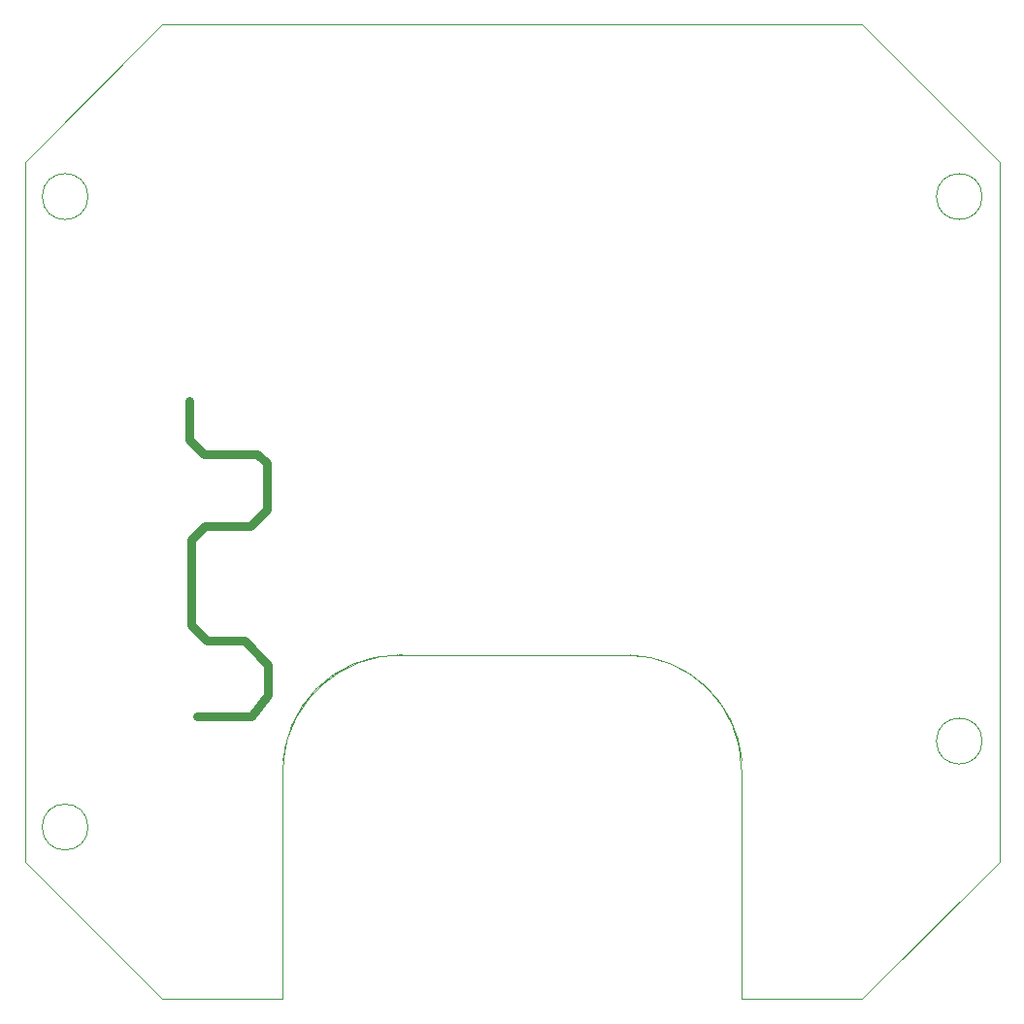
<source format=gko>
G04 Layer: BoardOutlineLayer*
G04 EasyEDA Pro v1.8.39.fb3963, 2022-10-20 14:29:14*
G04 Gerber Generator version 0.3*
G04 Scale: 100 percent, Rotated: No, Reflected: No*
G04 Dimensions in millimeters*
G04 Leading zeros omitted, absolute positions, 4 integers and 2 decimals*
%FSLAX42Y42*%
%MOMM*%
%ADD10C,0.1*%
%ADD11C,0.800001*%
G75*


G04 PolygonModel Start*
G54D10*
G01X100107Y57992D02*
G03X99133Y58910I-1008J-94D01*
G01X97148Y58912D02*
G03X96103Y57990I-15J-1037D01*
G01X97148Y58910D02*
G01X99189Y58910D01*
G54D11*
G01X95355Y58377D02*
G01X95825Y58377D01*
G01X95975Y58565D01*
G01Y58826D01*
G01X95767Y59035D01*
G01X95439D01*
G01X95298Y59176D01*
G01Y59917D01*
G01X95420Y60039D01*
G01X95820D01*
G01X95965Y60183D01*
G01Y60582D01*
G01X95882Y60665D01*
G01X95414D01*
G01X95288Y60791D01*
G01Y61131D01*
G54D10*
G01X93852Y57110D02*
G01X95052Y55910D01*
G01X95052Y64410D02*
G01X93852Y63210D01*
G01X102352Y63210D02*
G01X101152Y64410D01*
G01X93852Y57110D02*
G01X93852Y63210D01*
G01X101152Y55910D02*
G01X100102Y55910D01*
G01X100102Y55910D02*
G01X100102Y57910D01*
G01X96102Y55910D02*
G01X95052Y55910D01*
G01X97102Y58910D02*
G01X99102Y58910D01*
G01X96102Y55910D02*
G01X96102Y57910D01*
G01X95052Y64410D02*
G01X101152Y64410D01*
G01X102352Y63210D02*
G01X102352Y57110D01*
G01X101152Y55910D02*
G01X102352Y57110D01*
G01X100102Y57910D02*
G03X99102Y58910I-1000J0D01*
G01X97102Y58910D02*
G03X96102Y57910I0J-1000D01*
G01X94402Y62910D02*
G03X94002Y62910I-200J0D01*
G01X102202Y62910D02*
G03X101802Y62910I-200J0D01*
G01X102202Y58160D02*
G03X101802Y58160I-200J0D01*
G01X94002Y57410D02*
G03X94402Y57410I200J0D01*
G01X94402Y57410D02*
G03X94002Y57410I-200J0D01*
G01X101802Y58160D02*
G03X102202Y58160I200J0D01*
G01X101802Y62910D02*
G03X102202Y62910I200J0D01*
G01X94002Y62910D02*
G03X94402Y62910I200J0D01*
G04 PolygonModel End*

M02*

</source>
